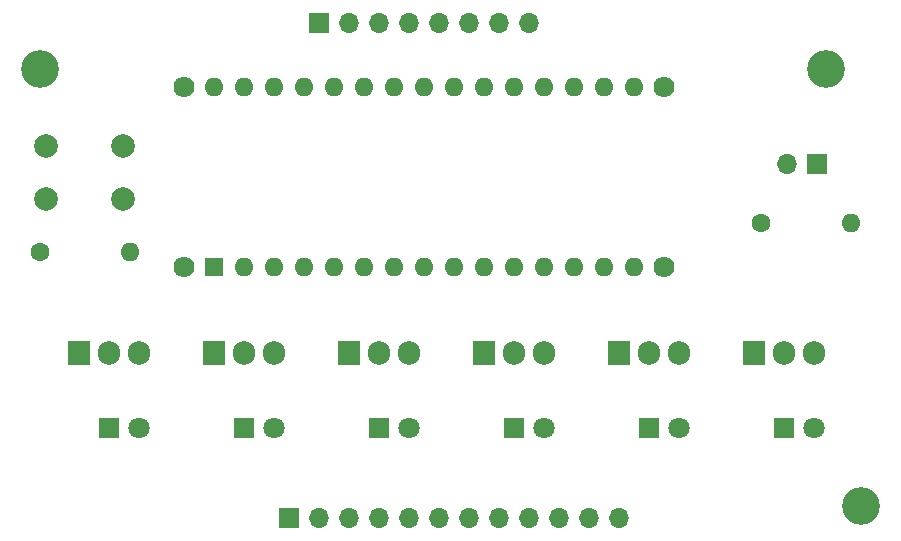
<source format=gbr>
%TF.GenerationSoftware,KiCad,Pcbnew,9.0.0*%
%TF.CreationDate,2025-07-09T11:28:47+10:00*%
%TF.ProjectId,ngmarquee.kicad_pcb_to220_1.1_m3,6e676d61-7271-4756-9565-2e6b69636164,rev?*%
%TF.SameCoordinates,Original*%
%TF.FileFunction,Soldermask,Top*%
%TF.FilePolarity,Negative*%
%FSLAX46Y46*%
G04 Gerber Fmt 4.6, Leading zero omitted, Abs format (unit mm)*
G04 Created by KiCad (PCBNEW 9.0.0) date 2025-07-09 11:28:47*
%MOMM*%
%LPD*%
G01*
G04 APERTURE LIST*
%ADD10C,3.200000*%
%ADD11R,1.800000X1.800000*%
%ADD12C,1.800000*%
%ADD13C,1.600000*%
%ADD14O,1.600000X1.600000*%
%ADD15R,1.905000X2.000000*%
%ADD16O,1.905000X2.000000*%
%ADD17R,1.700000X1.700000*%
%ADD18O,1.700000X1.700000*%
%ADD19C,2.000000*%
%ADD20C,1.780000*%
%ADD21R,1.600000X1.600000*%
G04 APERTURE END LIST*
D10*
%TO.C,REF\u002A\u002A*%
X161040000Y-63590000D03*
%TD*%
D11*
%TO.C,D1*%
X100330000Y-93980000D03*
D12*
X102870000Y-93980000D03*
%TD*%
D13*
%TO.C,R2*%
X155540000Y-76590000D03*
D14*
X163160000Y-76590000D03*
%TD*%
D13*
%TO.C,R1*%
X94540000Y-79090000D03*
D14*
X102160000Y-79090000D03*
%TD*%
D11*
%TO.C,D6*%
X157480000Y-93980000D03*
D12*
X160020000Y-93980000D03*
%TD*%
D11*
%TO.C,D5*%
X146050000Y-93980000D03*
D12*
X148590000Y-93980000D03*
%TD*%
D15*
%TO.C,Q6*%
X154940000Y-87630000D03*
D16*
X157480000Y-87630000D03*
X160020000Y-87630000D03*
%TD*%
D17*
%TO.C,REF\u002A\u002A*%
X160315000Y-71590000D03*
D18*
X157775000Y-71590000D03*
%TD*%
D15*
%TO.C,Q2*%
X109220000Y-87630000D03*
D16*
X111760000Y-87630000D03*
X114300000Y-87630000D03*
%TD*%
D10*
%TO.C,REF\u002A\u002A*%
X164040000Y-100590000D03*
%TD*%
%TO.C,REF\u002A\u002A*%
X94540000Y-63590000D03*
%TD*%
D19*
%TO.C,REF\u002A\u002A*%
X95040000Y-70090000D03*
X101540000Y-70090000D03*
X95040000Y-74590000D03*
X101540000Y-74590000D03*
%TD*%
D11*
%TO.C,D4*%
X134620000Y-93980000D03*
D12*
X137160000Y-93980000D03*
%TD*%
D11*
%TO.C,D3*%
X123190000Y-93980000D03*
D12*
X125730000Y-93980000D03*
%TD*%
D15*
%TO.C,Q5*%
X143510000Y-87630000D03*
D16*
X146050000Y-87630000D03*
X148590000Y-87630000D03*
%TD*%
D15*
%TO.C,Q4*%
X132080000Y-87630000D03*
D16*
X134620000Y-87630000D03*
X137160000Y-87630000D03*
%TD*%
D15*
%TO.C,Q3*%
X120650000Y-87630000D03*
D16*
X123190000Y-87630000D03*
X125730000Y-87630000D03*
%TD*%
D15*
%TO.C,Q1*%
X97790000Y-87630000D03*
D16*
X100330000Y-87630000D03*
X102870000Y-87630000D03*
%TD*%
D20*
%TO.C,A1*%
X106680000Y-80330000D03*
X147320000Y-80330000D03*
X106680000Y-65090000D03*
X147320000Y-65090000D03*
D14*
X142240000Y-65090000D03*
X116840000Y-65090000D03*
X137160000Y-65090000D03*
X134620000Y-65090000D03*
X132080000Y-65090000D03*
X129540000Y-65090000D03*
X127000000Y-65090000D03*
X124460000Y-65090000D03*
X121920000Y-65090000D03*
X119380000Y-65090000D03*
X119380000Y-80330000D03*
X121920000Y-80330000D03*
X124460000Y-80330000D03*
X127000000Y-80330000D03*
X129540000Y-80330000D03*
X132080000Y-80330000D03*
X134620000Y-80330000D03*
X137160000Y-80330000D03*
X139700000Y-80330000D03*
X142240000Y-80330000D03*
X144780000Y-80330000D03*
X144780000Y-65090000D03*
X116840000Y-80330000D03*
X111760000Y-65090000D03*
X139700000Y-65090000D03*
X114300000Y-80330000D03*
X114300000Y-65090000D03*
X111760000Y-80330000D03*
D21*
X109220000Y-80330000D03*
D14*
X109220000Y-65090000D03*
%TD*%
D17*
%TO.C,J1*%
X118110000Y-59690000D03*
D18*
X120650000Y-59690000D03*
X123190000Y-59690000D03*
X125730000Y-59690000D03*
X128270000Y-59690000D03*
X130810000Y-59690000D03*
X133350000Y-59690000D03*
X135890000Y-59690000D03*
%TD*%
D11*
%TO.C,D2*%
X111760000Y-93980000D03*
D12*
X114300000Y-93980000D03*
%TD*%
D17*
%TO.C,J2*%
X115570000Y-101600000D03*
D18*
X118110000Y-101600000D03*
X120650000Y-101600000D03*
X123190000Y-101600000D03*
X125730000Y-101600000D03*
X128270000Y-101600000D03*
X130810000Y-101600000D03*
X133350000Y-101600000D03*
X135890000Y-101600000D03*
X138430000Y-101600000D03*
X140970000Y-101600000D03*
X143510000Y-101600000D03*
%TD*%
M02*

</source>
